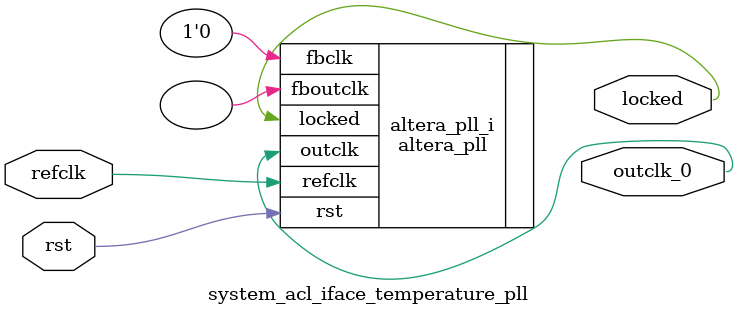
<source format=v>
`timescale 1ns/10ps
module  system_acl_iface_temperature_pll(

	// interface 'refclk'
	input wire refclk,

	// interface 'reset'
	input wire rst,

	// interface 'outclk0'
	output wire outclk_0,

	// interface 'locked'
	output wire locked
);

	altera_pll #(
		.fractional_vco_multiplier("false"),
		.reference_clock_frequency("50.0 MHz"),
		.operation_mode("direct"),
		.number_of_clocks(1),
		.output_clock_frequency0("80.000000 MHz"),
		.phase_shift0("0 ps"),
		.duty_cycle0(50),
		.output_clock_frequency1("0 MHz"),
		.phase_shift1("0 ps"),
		.duty_cycle1(50),
		.output_clock_frequency2("0 MHz"),
		.phase_shift2("0 ps"),
		.duty_cycle2(50),
		.output_clock_frequency3("0 MHz"),
		.phase_shift3("0 ps"),
		.duty_cycle3(50),
		.output_clock_frequency4("0 MHz"),
		.phase_shift4("0 ps"),
		.duty_cycle4(50),
		.output_clock_frequency5("0 MHz"),
		.phase_shift5("0 ps"),
		.duty_cycle5(50),
		.output_clock_frequency6("0 MHz"),
		.phase_shift6("0 ps"),
		.duty_cycle6(50),
		.output_clock_frequency7("0 MHz"),
		.phase_shift7("0 ps"),
		.duty_cycle7(50),
		.output_clock_frequency8("0 MHz"),
		.phase_shift8("0 ps"),
		.duty_cycle8(50),
		.output_clock_frequency9("0 MHz"),
		.phase_shift9("0 ps"),
		.duty_cycle9(50),
		.output_clock_frequency10("0 MHz"),
		.phase_shift10("0 ps"),
		.duty_cycle10(50),
		.output_clock_frequency11("0 MHz"),
		.phase_shift11("0 ps"),
		.duty_cycle11(50),
		.output_clock_frequency12("0 MHz"),
		.phase_shift12("0 ps"),
		.duty_cycle12(50),
		.output_clock_frequency13("0 MHz"),
		.phase_shift13("0 ps"),
		.duty_cycle13(50),
		.output_clock_frequency14("0 MHz"),
		.phase_shift14("0 ps"),
		.duty_cycle14(50),
		.output_clock_frequency15("0 MHz"),
		.phase_shift15("0 ps"),
		.duty_cycle15(50),
		.output_clock_frequency16("0 MHz"),
		.phase_shift16("0 ps"),
		.duty_cycle16(50),
		.output_clock_frequency17("0 MHz"),
		.phase_shift17("0 ps"),
		.duty_cycle17(50),
		.pll_type("General"),
		.pll_subtype("General")
	) altera_pll_i (
		.rst	(rst),
		.outclk	({outclk_0}),
		.locked	(locked),
		.fboutclk	( ),
		.fbclk	(1'b0),
		.refclk	(refclk)
	);
endmodule


</source>
